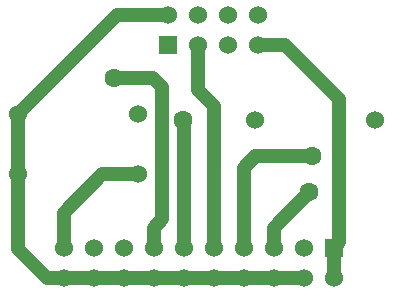
<source format=gtl>
G04 (created by PCBNEW (2013-07-24 BZR 4024)-stable) date Tue 11 Feb 2014 04:10:02 PM NZDT*
%MOIN*%
G04 Gerber Fmt 3.4, Leading zero omitted, Abs format*
%FSLAX34Y34*%
G01*
G70*
G90*
G04 APERTURE LIST*
%ADD10C,0.00393701*%
%ADD11C,0.06*%
%ADD12R,0.06X0.06*%
%ADD13C,0.0629921*%
%ADD14C,0.0472441*%
G04 APERTURE END LIST*
G54D10*
G54D11*
X11900Y-18900D03*
X15900Y-18900D03*
X11900Y-16900D03*
X15900Y-16900D03*
X19800Y-17100D03*
X23800Y-17100D03*
G54D12*
X22413Y-21350D03*
G54D11*
X22413Y-22350D03*
X21413Y-21350D03*
X21413Y-22350D03*
X20413Y-21350D03*
X20413Y-22350D03*
X19413Y-21350D03*
X19413Y-22350D03*
X18413Y-21350D03*
X18413Y-22350D03*
X17413Y-21350D03*
X17413Y-22350D03*
X16413Y-21350D03*
X16413Y-22350D03*
X15413Y-21350D03*
X15413Y-22350D03*
X14413Y-21350D03*
X14413Y-22350D03*
X13413Y-21350D03*
X13413Y-22350D03*
G54D12*
X16900Y-14600D03*
G54D11*
X16900Y-13600D03*
X17900Y-14600D03*
X17900Y-13600D03*
X18900Y-14600D03*
X18900Y-13600D03*
X19900Y-14600D03*
X19900Y-13600D03*
G54D13*
X15100Y-15700D03*
X21600Y-19500D03*
X17400Y-17100D03*
X21700Y-18300D03*
G54D14*
X16700Y-20400D02*
X16700Y-16000D01*
X16413Y-20686D02*
X16700Y-20400D01*
X16413Y-20686D02*
X16413Y-21350D01*
X16400Y-15700D02*
X15100Y-15700D01*
X16700Y-16000D02*
X16400Y-15700D01*
X22413Y-22350D02*
X22413Y-21350D01*
X22413Y-21350D02*
X22600Y-21163D01*
X20800Y-14600D02*
X19900Y-14600D01*
X22600Y-16400D02*
X20800Y-14600D01*
X22600Y-21163D02*
X22600Y-16400D01*
X20413Y-21350D02*
X20413Y-20686D01*
X20413Y-20686D02*
X21600Y-19500D01*
X17413Y-21350D02*
X17413Y-17113D01*
X17413Y-17113D02*
X17400Y-17100D01*
X19413Y-21350D02*
X19413Y-18686D01*
X19800Y-18300D02*
X21700Y-18300D01*
X19413Y-18686D02*
X19800Y-18300D01*
X18413Y-21350D02*
X18413Y-16613D01*
X17900Y-16100D02*
X17900Y-14600D01*
X18413Y-16613D02*
X17900Y-16100D01*
X13413Y-21350D02*
X13413Y-20186D01*
X14700Y-18900D02*
X15900Y-18900D01*
X13413Y-20186D02*
X14700Y-18900D01*
X13413Y-22350D02*
X12850Y-22350D01*
X12850Y-22350D02*
X11900Y-21400D01*
X11900Y-21400D02*
X11900Y-16900D01*
X11900Y-16900D02*
X15200Y-13600D01*
X15200Y-13600D02*
X16900Y-13600D01*
X21413Y-22350D02*
X20413Y-22350D01*
X20413Y-22350D02*
X19413Y-22350D01*
X19413Y-22350D02*
X18413Y-22350D01*
X18413Y-22350D02*
X17413Y-22350D01*
X17413Y-22350D02*
X16413Y-22350D01*
X16413Y-22350D02*
X15413Y-22350D01*
X15413Y-22350D02*
X14413Y-22350D01*
X14413Y-22350D02*
X13413Y-22350D01*
M02*

</source>
